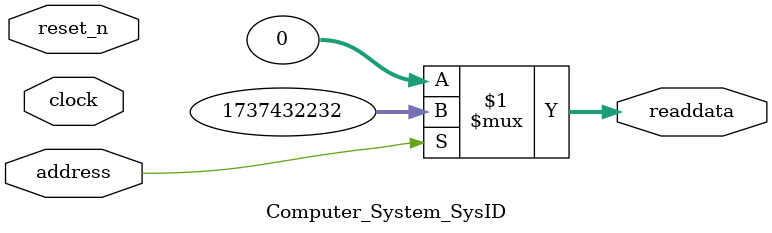
<source format=v>



// synthesis translate_off
`timescale 1ns / 1ps
// synthesis translate_on

// turn off superfluous verilog processor warnings 
// altera message_level Level1 
// altera message_off 10034 10035 10036 10037 10230 10240 10030 

module Computer_System_SysID (
               // inputs:
                address,
                clock,
                reset_n,

               // outputs:
                readdata
             )
;

  output  [ 31: 0] readdata;
  input            address;
  input            clock;
  input            reset_n;

  wire    [ 31: 0] readdata;
  //control_slave, which is an e_avalon_slave
  assign readdata = address ? 1737432232 : 0;

endmodule



</source>
